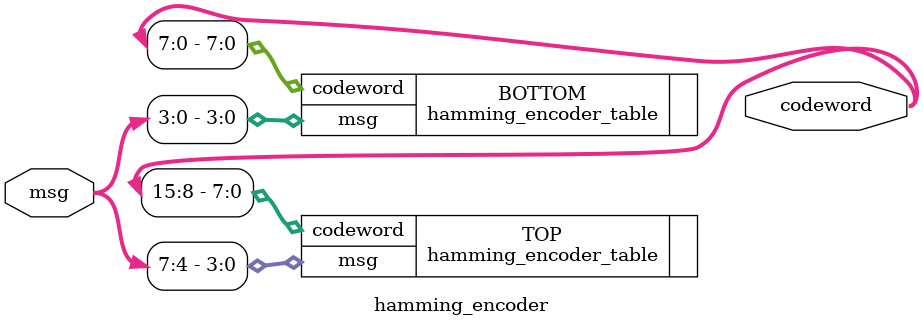
<source format=sv>
/*
   author: jc21g13
   last revision: 25 Feb' 15
*/
module hamming_encoder(output logic[15:0] codeword, input logic[7:0] msg);

hamming_encoder_table TOP (.codeword(codeword[15:8]),.msg(msg[7:4]));
hamming_encoder_table BOTTOM (.codeword(codeword[7:0]),.msg(msg[3:0]));

endmodule
</source>
